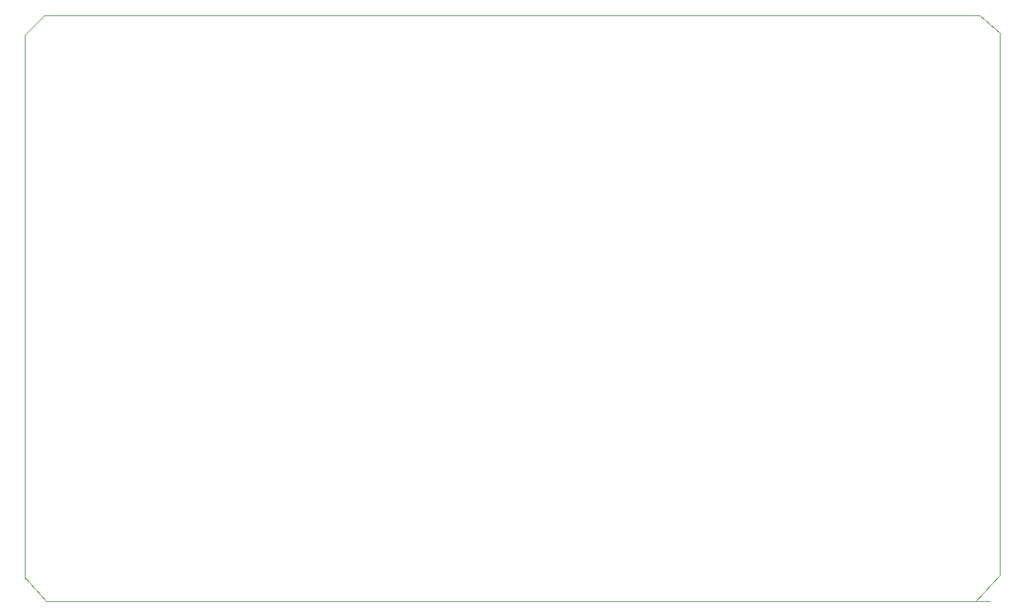
<source format=gbr>
G04 #@! TF.FileFunction,Profile,NP*
%FSLAX46Y46*%
G04 Gerber Fmt 4.6, Leading zero omitted, Abs format (unit mm)*
G04 Created by KiCad (PCBNEW (2015-06-25 BZR 5821)-product) date Fri 24 Jun 2016 17:30:40 CEST*
%MOMM*%
G01*
G04 APERTURE LIST*
%ADD10C,0.100000*%
G04 APERTURE END LIST*
D10*
X146000000Y-155000000D02*
X148750000Y-158000000D01*
X269000000Y-154750000D02*
X266000000Y-158000000D01*
X269000000Y-154500000D02*
X269000000Y-154750000D01*
X269000000Y-86250000D02*
X269000000Y-86500000D01*
X266500000Y-84000000D02*
X269000000Y-86250000D01*
X148500000Y-84000000D02*
X146000000Y-86500000D01*
X146000000Y-155250000D02*
X146000000Y-86500000D01*
X267750000Y-158000000D02*
X148750000Y-158000000D01*
X269000000Y-86500000D02*
X269000000Y-154750000D01*
X148500000Y-84000000D02*
X266500000Y-84000000D01*
M02*

</source>
